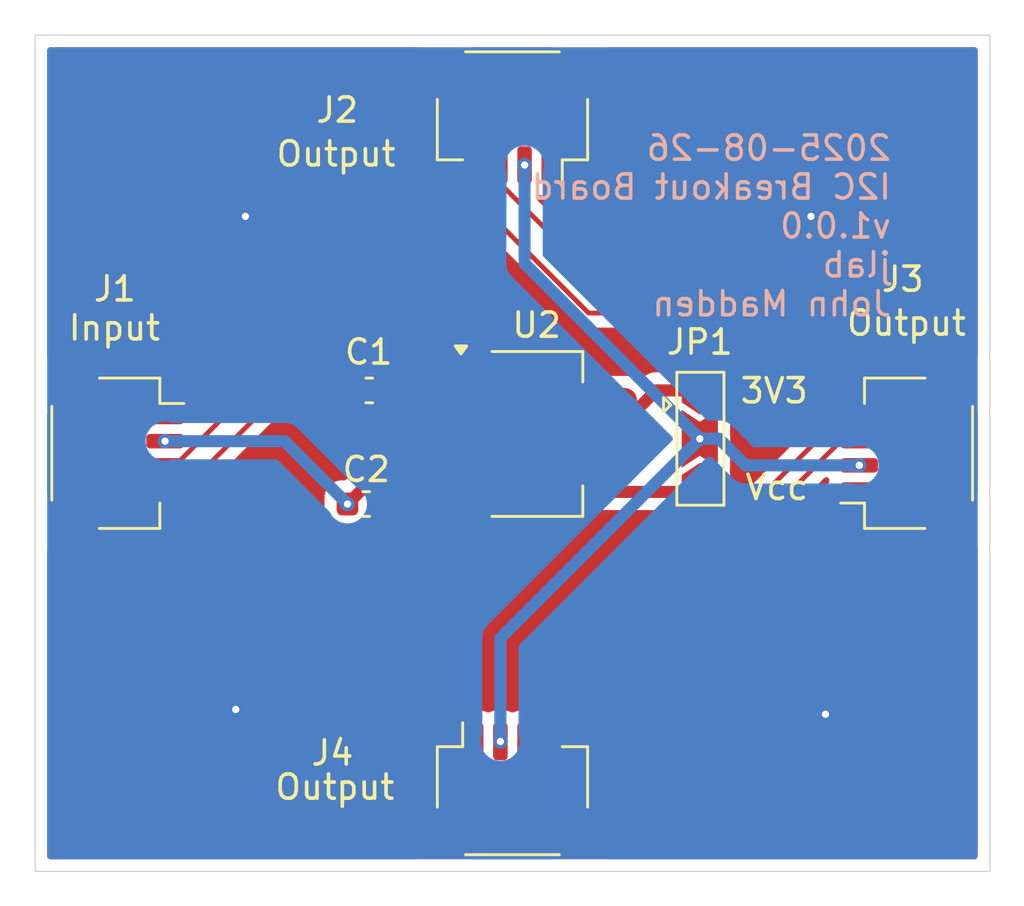
<source format=kicad_pcb>
(kicad_pcb (version 20241229) (generator "pcbnew") (generator_version "9.0")
  (title_block (title "I2C Breakout Board") (date "2025-08-26") (rev "v1.0.0") (company "jlab") (comment 1 "John Madden"))
  (layers (0 "F.Cu" signal) (2 "B.Cu" signal) (13 "F.Paste" user) (15 "B.Paste" user) (5 "F.SilkS" user "F.Silkscreen") (7 "B.SilkS" user "B.Silkscreen") (1 "F.Mask" user) (3 "B.Mask" user) (25 "Edge.Cuts" user))
  (net 0 "")
  (net 1 "+3V3")
  (net 2 "GND")
  (net 3 "VCC")
  (net 4 "/SDA")
  (net 5 "/SCL")
  (net 6 "VBUS")
  (footprint "Connector_JST:JST_SH_SM04B-SRSS-TB_1x04-1MP_P1.00mm_Horizontal" (layer "F.Cu") (at 139.85 53.075 180)
    (property "Reference" "J2" (at 7.25 0.275 0) (layer "F.SilkS"))
    (property "Value" "Conn_01x04_Socket")
    (fp_line (start 3.11 0.715) (end 3.11 -1.785) (stroke (width 0.12)) (layer "F.SilkS"))
    (fp_line (start 3.11 -1.785) (end 2.06 -1.785) (stroke (width 0.12)) (layer "F.SilkS"))
    (fp_line (start -1.94 2.685) (end 1.94 2.685) (stroke (width 0.12)) (layer "F.SilkS"))
    (fp_line (start -2.06 -1.785) (end -2.06 -2.775) (stroke (width 0.12)) (layer "F.SilkS"))
    (fp_line (start -3.11 0.715) (end -3.11 -1.785) (stroke (width 0.12)) (layer "F.SilkS"))
    (fp_line (start -3.11 -1.785) (end -2.06 -1.785) (stroke (width 0.12)) (layer "F.SilkS"))
    (pad "1" smd roundrect (at -1.5 -2 180) (size 0.6 1.55) (layers "F.Cu" "F.Mask" "F.Paste") (net 2 "GND"))
    (pad "2" smd roundrect (at -0.5 -2 180) (size 0.6 1.55) (layers "F.Cu" "F.Mask" "F.Paste") (net 6 "VBUS"))
    (pad "3" smd roundrect (at 0.5 -2 180) (size 0.6 1.55) (layers "F.Cu" "F.Mask" "F.Paste") (net 4 "/SDA"))
    (pad "4" smd roundrect (at 1.5 -2 180) (size 0.6 1.55) (layers "F.Cu" "F.Mask" "F.Paste") (net 5 "/SCL"))
    (pad "MP" smd roundrect (at -2.8 1.875 180) (size 1.2 1.8) (layers "F.Cu" "F.Mask" "F.Paste") (roundrect_rratio 0.208333))
    (pad "MP" smd roundrect (at 2.8 1.875 180) (size 1.2 1.8) (layers "F.Cu" "F.Mask" "F.Paste") (roundrect_rratio 0.208333))
  )
  (footprint "Package_TO_SOT_SMD:SOT-223-3_TabPin2" (layer "F.Cu") (at 140.85 66.2)
    (property "Reference" "U2" (at 0 -4.5 0) (layer "F.SilkS"))
    (property "Value" "TLV1117-33")
    (fp_line (start -1.85 -3.41) (end 1.91 -3.41) (stroke (width 0.12)) (layer "F.SilkS"))
    (fp_line (start -1.85 3.41) (end 1.91 3.41) (stroke (width 0.12)) (layer "F.SilkS"))
    (fp_line (start 1.91 -3.41) (end 1.91 -2.15) (stroke (width 0.12)) (layer "F.SilkS"))
    (fp_line (start 1.91 3.41) (end 1.91 2.15) (stroke (width 0.12)) (layer "F.SilkS"))
    (fp_poly (pts (xy -3.13 -3.31) (xy -3.37 -3.64) (xy -2.89 -3.64) (xy -3.13 -3.31)) (stroke (width 0.12)) (fill yes) (layer "F.SilkS"))
    (pad "1" smd roundrect (at -3.15 -2.3) (size 2 1.5) (layers "F.Cu" "F.Mask" "F.Paste") (net 2 "GND"))
    (pad "2" smd roundrect (at -3.15 0) (size 2 1.5) (layers "F.Cu" "F.Mask" "F.Paste") (net 1 "+3V3"))
    (pad "2" smd roundrect (at 3.15 0) (size 2 3.8) (layers "F.Cu" "F.Mask" "F.Paste") (net 1 "+3V3"))
    (pad "3" smd roundrect (at -3.15 2.3) (size 2 1.5) (layers "F.Cu" "F.Mask" "F.Paste") (net 3 "VCC"))
  )
  (footprint "Capacitor_SMD:C_0603_1608Metric" (layer "F.Cu") (at 133.8 69.1)
    (property "Reference" "C2" (at 0 -1.43 0) (layer "F.SilkS"))
    (property "Value" "10uF")
    (fp_line (start -0.14058 -0.51) (end 0.14058 -0.51) (stroke (width 0.12)) (layer "F.SilkS"))
    (fp_line (start -0.14058 0.51) (end 0.14058 0.51) (stroke (width 0.12)) (layer "F.SilkS"))
    (pad "1" smd roundrect (at -0.775 0) (size 0.9 0.95) (layers "F.Cu" "F.Mask" "F.Paste") (net 3 "VCC"))
    (pad "2" smd roundrect (at 0.775 0) (size 0.9 0.95) (layers "F.Cu" "F.Mask" "F.Paste") (net 2 "GND"))
  )
  (footprint "Connector_JST:JST_SH_SM04B-SRSS-TB_1x04-1MP_P1.00mm_Horizontal" (layer "F.Cu") (at 123.475 67 -90)
    (property "Reference" "J1" (at -6.8 0.075 180) (layer "F.SilkS"))
    (property "Value" "Conn_01x04_Socket")
    (fp_line (start -1.94 2.685) (end 1.94 2.685) (stroke (width 0.12)) (layer "F.SilkS"))
    (fp_line (start -3.11 0.715) (end -3.11 -1.785) (stroke (width 0.12)) (layer "F.SilkS"))
    (fp_line (start 3.11 0.715) (end 3.11 -1.785) (stroke (width 0.12)) (layer "F.SilkS"))
    (fp_line (start -3.11 -1.785) (end -2.06 -1.785) (stroke (width 0.12)) (layer "F.SilkS"))
    (fp_line (start -2.06 -1.785) (end -2.06 -2.775) (stroke (width 0.12)) (layer "F.SilkS"))
    (fp_line (start 3.11 -1.785) (end 2.06 -1.785) (stroke (width 0.12)) (layer "F.SilkS"))
    (pad "1" smd roundrect (at -1.5 -2 270) (size 0.6 1.55) (layers "F.Cu" "F.Mask" "F.Paste") (net 2 "GND"))
    (pad "2" smd roundrect (at -0.5 -2 270) (size 0.6 1.55) (layers "F.Cu" "F.Mask" "F.Paste") (net 3 "VCC"))
    (pad "3" smd roundrect (at 0.5 -2 270) (size 0.6 1.55) (layers "F.Cu" "F.Mask" "F.Paste") (net 4 "/SDA"))
    (pad "4" smd roundrect (at 1.5 -2 270) (size 0.6 1.55) (layers "F.Cu" "F.Mask" "F.Paste") (net 5 "/SCL"))
    (pad "MP" smd roundrect (at -2.8 1.875 270) (size 1.2 1.8) (layers "F.Cu" "F.Mask" "F.Paste") (roundrect_rratio 0.208333))
    (pad "MP" smd roundrect (at 2.8 1.875 270) (size 1.2 1.8) (layers "F.Cu" "F.Mask" "F.Paste") (roundrect_rratio 0.208333))
  )
  (footprint "Connector_JST:JST_SH_SM04B-SRSS-TB_1x04-1MP_P1.00mm_Horizontal" (layer "F.Cu") (at 156.2 67 90)
    (property "Reference" "J3" (at 7.2 -0.2 180) (layer "F.SilkS"))
    (property "Value" "Conn_01x04_Socket")
    (fp_line (start 3.11 -1.785) (end 2.06 -1.785) (stroke (width 0.12)) (layer "F.SilkS"))
    (fp_line (start -2.06 -1.785) (end -2.06 -2.775) (stroke (width 0.12)) (layer "F.SilkS"))
    (fp_line (start -3.11 -1.785) (end -2.06 -1.785) (stroke (width 0.12)) (layer "F.SilkS"))
    (fp_line (start 3.11 0.715) (end 3.11 -1.785) (stroke (width 0.12)) (layer "F.SilkS"))
    (fp_line (start -3.11 0.715) (end -3.11 -1.785) (stroke (width 0.12)) (layer "F.SilkS"))
    (fp_line (start -1.94 2.685) (end 1.94 2.685) (stroke (width 0.12)) (layer "F.SilkS"))
    (pad "1" smd roundrect (at -1.5 -2 90) (size 0.6 1.55) (layers "F.Cu" "F.Mask" "F.Paste") (net 2 "GND"))
    (pad "2" smd roundrect (at -0.5 -2 90) (size 0.6 1.55) (layers "F.Cu" "F.Mask" "F.Paste") (net 6 "VBUS"))
    (pad "3" smd roundrect (at 0.5 -2 90) (size 0.6 1.55) (layers "F.Cu" "F.Mask" "F.Paste") (net 4 "/SDA"))
    (pad "4" smd roundrect (at 1.5 -2 90) (size 0.6 1.55) (layers "F.Cu" "F.Mask" "F.Paste") (net 5 "/SCL"))
    (pad "MP" smd roundrect (at -2.8 1.875 90) (size 1.2 1.8) (layers "F.Cu" "F.Mask" "F.Paste") (roundrect_rratio 0.208333))
    (pad "MP" smd roundrect (at 2.8 1.875 90) (size 1.2 1.8) (layers "F.Cu" "F.Mask" "F.Paste") (roundrect_rratio 0.208333))
  )
  (footprint "Connector_JST:JST_SH_SM04B-SRSS-TB_1x04-1MP_P1.00mm_Horizontal" (layer "F.Cu") (at 139.85 80.925)
    (property "Reference" "J4" (at -7.45 -1.525 0) (layer "F.SilkS"))
    (property "Value" "Conn_01x04_Socket")
    (fp_line (start -3.11 -1.785) (end -2.06 -1.785) (stroke (width 0.12)) (layer "F.SilkS"))
    (fp_line (start -3.11 0.715) (end -3.11 -1.785) (stroke (width 0.12)) (layer "F.SilkS"))
    (fp_line (start -2.06 -1.785) (end -2.06 -2.775) (stroke (width 0.12)) (layer "F.SilkS"))
    (fp_line (start -1.94 2.685) (end 1.94 2.685) (stroke (width 0.12)) (layer "F.SilkS"))
    (fp_line (start 3.11 -1.785) (end 2.06 -1.785) (stroke (width 0.12)) (layer "F.SilkS"))
    (fp_line (start 3.11 0.715) (end 3.11 -1.785) (stroke (width 0.12)) (layer "F.SilkS"))
    (pad "1" smd roundrect (at -1.5 -2) (size 0.6 1.55) (layers "F.Cu" "F.Mask" "F.Paste") (net 2 "GND"))
    (pad "2" smd roundrect (at -0.5 -2) (size 0.6 1.55) (layers "F.Cu" "F.Mask" "F.Paste") (net 6 "VBUS"))
    (pad "3" smd roundrect (at 0.5 -2) (size 0.6 1.55) (layers "F.Cu" "F.Mask" "F.Paste") (net 4 "/SDA"))
    (pad "4" smd roundrect (at 1.5 -2) (size 0.6 1.55) (layers "F.Cu" "F.Mask" "F.Paste") (net 5 "/SCL"))
    (pad "MP" smd roundrect (at -2.8 1.875) (size 1.2 1.8) (layers "F.Cu" "F.Mask" "F.Paste") (roundrect_rratio 0.208333))
    (pad "MP" smd roundrect (at 2.8 1.875) (size 1.2 1.8) (layers "F.Cu" "F.Mask" "F.Paste") (roundrect_rratio 0.208333))
  )
  (footprint "Capacitor_SMD:C_0603_1608Metric" (layer "F.Cu") (at 133.925 64.4 180)
    (property "Reference" "C1" (at 0.025 1.59 0) (layer "F.SilkS"))
    (property "Value" "100uF")
    (fp_line (start -0.14058 0.51) (end 0.14058 0.51) (stroke (width 0.12)) (layer "F.SilkS"))
    (fp_line (start -0.14058 -0.51) (end 0.14058 -0.51) (stroke (width 0.12)) (layer "F.SilkS"))
    (pad "1" smd roundrect (at -0.775 0 180) (size 0.9 0.95) (layers "F.Cu" "F.Mask" "F.Paste") (net 1 "+3V3"))
    (pad "2" smd roundrect (at 0.775 0 180) (size 0.9 0.95) (layers "F.Cu" "F.Mask" "F.Paste") (net 2 "GND"))
  )
  (footprint "Jumper:SolderJumper-3_P2.0mm_Open_TrianglePad1.0x1.5mm" (layer "F.Cu") (at 147.6 66.4 -90)
    (property "Reference" "JP1" (at -4 0 180) (layer "F.SilkS"))
    (property "Value" "SolderJumper_3_Open")
    (fp_line (start -1.7 1.5) (end -1.1 1.5) (stroke (width 0.12)) (layer "F.SilkS"))
    (fp_line (start -1.1 1.5) (end -1.4 1.2) (stroke (width 0.12)) (layer "F.SilkS"))
    (fp_line (start -1.4 1.2) (end -1.7 1.5) (stroke (width 0.12)) (layer "F.SilkS"))
    (fp_line (start -2.75 0.95) (end -2.75 -1) (stroke (width 0.12)) (layer "F.SilkS"))
    (fp_line (start 2.75 0.95) (end -2.75 0.95) (stroke (width 0.12)) (layer "F.SilkS"))
    (fp_line (start -2.75 -1) (end 2.75 -1) (stroke (width 0.12)) (layer "F.SilkS"))
    (fp_line (start 2.75 -1) (end 2.75 0.95) (stroke (width 0.12)) (layer "F.SilkS"))
    (pad "1" smd custom (at -2 0 270) (size 0.3 0.3) (layers "F.Cu" "F.Mask") (net 1 "+3V3") (options (clearance outline) (anchor rect)) (primitives (gr_poly (pts (xy 1 0) (xy 0.5 0.75) (xy -0.5 0.75) (xy -0.5 -0.75) (xy 0.5 -0.75)) (width 0) (fill yes))))
    (pad "2" smd custom (at 0 0 270) (size 0.3 0.3) (layers "F.Cu") (net 6 "VBUS") (options (clearance outline) (anchor rect)) (primitives (gr_poly (pts (xy 0.7 0) (xy 1.2 0.75) (xy -1.2 0.75) (xy -0.7 0) (xy -1.2 -0.75) (xy 1.2 -0.75)) (width 0) (fill yes))))
    (pad "3" smd custom (at 2 0 90) (size 0.3 0.3) (layers "F.Cu" "F.Mask") (net 3 "VCC") (options (clearance outline) (anchor rect)) (primitives (gr_poly (pts (xy 1 0) (xy 0.5 0.75) (xy -0.5 0.75) (xy -0.5 -0.75) (xy 0.5 -0.75)) (width 0) (fill yes))))
  )
  (gr_rect (start 120.1 49.7) (end 159.6 84.3) (stroke (width 0.05)) (fill no) (layer "Edge.Cuts"))
  (gr_text "Input" (at 121.4 62.4 0) (layer "F.SilkS") (effects (font (size 1 1)) (justify left bottom)))
  (gr_text "3V3" (at 149.2 65 0) (layer "F.SilkS") (effects (font (size 1 1)) (justify left bottom)))
  (gr_text "Output" (at 129.95 81.4 0) (layer "F.SilkS") (effects (font (size 1 1)) (justify left bottom)))
  (gr_text "Output" (at 153.6 62.2 0) (layer "F.SilkS") (effects (font (size 1 1)) (justify left bottom)))
  (gr_text "Vcc" (at 149.4 69 0) (layer "F.SilkS") (effects (font (size 1 1)) (justify left bottom)))
  (gr_text "Output" (at 130 55.2 0) (layer "F.SilkS") (effects (font (size 1 1)) (justify left bottom)))
  (gr_text "${ISSUE_DATE}\n${TITLE}\n${REVISION}\n${COMPANY}\n${COMMENT1}" (at 155.6 61.4 0) (layer "B.SilkS") (effects (font (size 1 1)) (justify left bottom mirror)))
  (segment (start 137.7 66.2) (end 144 66.2) (width 0.5) (layer "F.Cu") (net 1))
  (segment (start 134.7 65.1) (end 135.8 66.2) (width 0.5) (layer "F.Cu") (net 1))
  (segment (start 144 66.2) (end 145.8 64.4) (width 0.5) (layer "F.Cu") (net 1))
  (segment (start 134.7 64.4) (end 134.7 65.1) (width 0.5) (layer "F.Cu") (net 1))
  (segment (start 135.8 66.2) (end 137.7 66.2) (width 0.5) (layer "F.Cu") (net 1))
  (segment (start 145.8 64.4) (end 147.6 64.4) (width 0.5) (layer "F.Cu") (net 1))
  (via (at 152.2 57.2) (size 0.6) (drill 0.3) (layers "F.Cu" "B.Cu") (net 2))
  (via (at 152.8 77.8) (size 0.6) (drill 0.3) (layers "F.Cu" "B.Cu") (net 2))
  (via (at 128.4 77.6) (size 0.6) (drill 0.3) (layers "F.Cu" "B.Cu") (net 2))
  (via (at 128.8 57.2) (size 0.6) (drill 0.3) (layers "F.Cu" "B.Cu") (net 2))
  (segment (start 133.951 68.174) (end 137.374 68.174) (width 0.5) (layer "F.Cu") (net 3))
  (segment (start 137.374 68.174) (end 137.7 68.5) (width 0.5) (layer "F.Cu") (net 3))
  (segment (start 133.025 69.1) (end 133.951 68.174) (width 0.5) (layer "F.Cu") (net 3))
  (segment (start 137.8 68.6) (end 147.4 68.6) (width 0.5) (layer "F.Cu") (net 3))
  (segment (start 137.7 68.5) (end 137.8 68.6) (width 0.5) (layer "F.Cu") (net 3))
  (segment (start 147.4 68.6) (end 147.6 68.4) (width 0.5) (layer "F.Cu") (net 3))
  (via (at 125.475 66.5) (size 0.6) (drill 0.3) (layers "F.Cu" "B.Cu") (net 3))
  (via (at 133.025 69.1) (size 0.6) (drill 0.3) (layers "F.Cu" "B.Cu") (net 3))
  (segment (start 130.425 66.5) (end 125.475 66.5) (width 0.5) (layer "B.Cu") (net 3))
  (segment (start 133.025 69.1) (end 130.425 66.5) (width 0.5) (layer "B.Cu") (net 3))
  (segment (start 141.951 77.974001) (end 141.951 79.740968) (width 0.2) (layer "F.Cu") (net 4))
  (segment (start 140.651001 80.001) (end 140.35 79.699999) (width 0.2) (layer "F.Cu") (net 4))
  (segment (start 125.475 67.5) (end 125.9 67.5) (width 0.2) (layer "F.Cu") (net 4))
  (segment (start 155.1 66.5) (end 154.2 66.5) (width 0.2) (layer "F.Cu") (net 4))
  (segment (start 141.690968 80.001) (end 140.651001 80.001) (width 0.2) (layer "F.Cu") (net 4))
  (segment (start 155.276 66.324) (end 155.1 66.5) (width 0.2) (layer "F.Cu") (net 4))
  (segment (start 139.048999 53.999) (end 139.35 54.300001) (width 0.2) (layer "F.Cu") (net 4))
  (segment (start 153.425001 66.5) (end 141.951 77.974001) (width 0.2) (layer "F.Cu") (net 4))
  (segment (start 154.2 66.5) (end 153.425001 66.5) (width 0.2) (layer "F.Cu") (net 4))
  (segment (start 139.35 55.075) (end 139.35 55.849999) (width 0.2) (layer "F.Cu") (net 4))
  (segment (start 125.9 67.5) (end 137.749 55.651) (width 0.2) (layer "F.Cu") (net 4))
  (segment (start 144.299001 60.799) (end 150.915968 60.799) (width 0.2) (layer "F.Cu") (net 4))
  (segment (start 138.009032 53.999) (end 139.048999 53.999) (width 0.2) (layer "F.Cu") (net 4))
  (segment (start 137.749 54.259032) (end 138.009032 53.999) (width 0.2) (layer "F.Cu") (net 4))
  (segment (start 137.749 55.651) (end 137.749 54.259032) (width 0.2) (layer "F.Cu") (net 4))
  (segment (start 155.276 65.159032) (end 155.276 66.324) (width 0.2) (layer "F.Cu") (net 4))
  (segment (start 140.35 79.699999) (end 140.35 78.925) (width 0.2) (layer "F.Cu") (net 4))
  (segment (start 139.35 55.849999) (end 144.299001 60.799) (width 0.2) (layer "F.Cu") (net 4))
  (segment (start 150.915968 60.799) (end 155.276 65.159032) (width 0.2) (layer "F.Cu") (net 4))
  (segment (start 141.951 79.740968) (end 141.690968 80.001) (width 0.2) (layer "F.Cu") (net 4))
  (segment (start 139.35 54.300001) (end 139.35 55.075) (width 0.2) (layer "F.Cu") (net 4))
  (segment (start 138.35 55.075) (end 138.35 56.399999) (width 0.2) (layer "F.Cu") (net 5))
  (segment (start 141.35 77.575001) (end 141.35 78.925) (width 0.2) (layer "F.Cu") (net 5))
  (segment (start 153.425001 65.5) (end 141.35 77.575001) (width 0.2) (layer "F.Cu") (net 5))
  (segment (start 143 61.2) (end 149.9 61.2) (width 0.2) (layer "F.Cu") (net 5))
  (segment (start 154.2 65.5) (end 153.425001 65.5) (width 0.2) (layer "F.Cu") (net 5))
  (segment (start 138.274999 56.474999) (end 143 61.2) (width 0.2) (layer "F.Cu") (net 5))
  (segment (start 126.249999 68.5) (end 125.475 68.5) (width 0.2) (layer "F.Cu") (net 5))
  (segment (start 149.9 61.2) (end 154.2 65.5) (width 0.2) (layer "F.Cu") (net 5))
  (segment (start 138.274999 56.474999) (end 126.249999 68.5) (width 0.2) (layer "F.Cu") (net 5))
  (segment (start 138.35 56.399999) (end 138.274999 56.474999) (width 0.2) (layer "F.Cu") (net 5))
  (via (at 154.2 67.5) (size 0.6) (drill 0.3) (layers "F.Cu" "B.Cu") (net 6))
  (via (at 147.6 66.4) (size 0.6) (drill 0.3) (layers "F.Cu" "B.Cu") (net 6))
  (via (at 139.35 78.925) (size 0.6) (drill 0.3) (layers "F.Cu" "B.Cu") (net 6))
  (via (at 140.35 55.075) (size 0.6) (drill 0.3) (layers "F.Cu" "B.Cu") (net 6))
  (segment (start 140.35 59.15) (end 140.35 55.075) (width 0.5) (layer "B.Cu") (net 6))
  (segment (start 139.35 74.65) (end 139.35 78.925) (width 0.5) (layer "B.Cu") (net 6))
  (segment (start 147.6 66.4) (end 148.4 66.4) (width 0.5) (layer "B.Cu") (net 6))
  (segment (start 147.6 66.4) (end 139.35 74.65) (width 0.5) (layer "B.Cu") (net 6))
  (segment (start 148.4 66.4) (end 149.5 67.5) (width 0.5) (layer "B.Cu") (net 6))
  (segment (start 149.5 67.5) (end 154.2 67.5) (width 0.5) (layer "B.Cu") (net 6))
  (segment (start 147.6 66.4) (end 140.35 59.15) (width 0.5) (layer "B.Cu") (net 6))
  (zone (net 2) (net_name "GND") (layers "F.Cu" "B.Cu") (connect_pads (clearance 0.5)) (min_thickness 0.25) (fill yes (thermal_gap 0.5) (thermal_bridge_width 0.5))
    (polygon (pts (xy 119 49) (xy 119 85) (xy 160 85) (xy 160 49)))
  )
)
</source>
